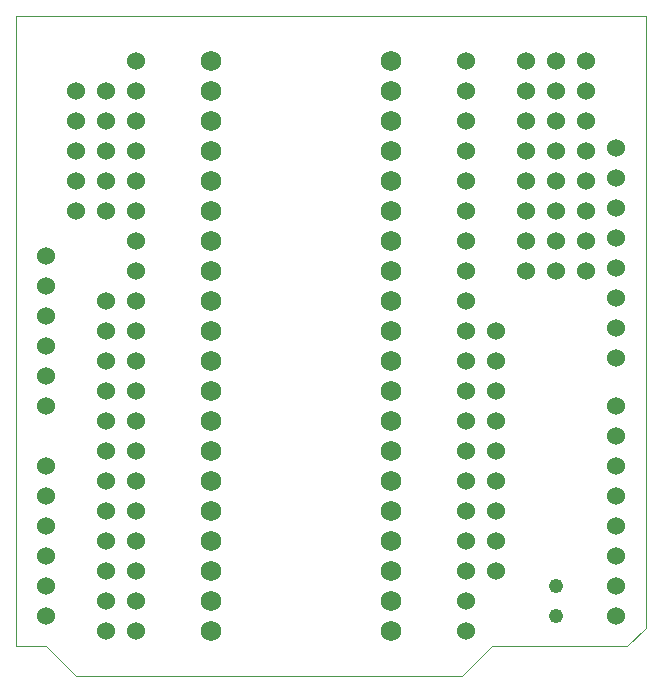
<source format=gts>
G75*
%MOIN*%
%OFA0B0*%
%FSLAX24Y24*%
%IPPOS*%
%LPD*%
%AMOC8*
5,1,8,0,0,1.08239X$1,22.5*
%
%ADD10C,0.0000*%
%ADD11C,0.0690*%
%ADD12C,0.0600*%
%ADD13C,0.0480*%
D10*
X000175Y002125D02*
X000175Y023125D01*
X021175Y023125D01*
X021175Y002750D01*
X020550Y002125D01*
X016050Y002125D01*
X015050Y001125D01*
X002175Y001125D01*
X001175Y002125D01*
X000175Y002125D01*
D11*
X006675Y002625D03*
X006675Y003625D03*
X006675Y004625D03*
X006675Y005625D03*
X006675Y006625D03*
X006675Y007625D03*
X006675Y008625D03*
X006675Y009625D03*
X006675Y010625D03*
X006675Y011625D03*
X006675Y012625D03*
X006675Y013625D03*
X006675Y014625D03*
X006675Y015625D03*
X006675Y016625D03*
X006675Y017625D03*
X006675Y018625D03*
X006675Y019625D03*
X006675Y020625D03*
X006675Y021625D03*
X012675Y021625D03*
X012675Y020625D03*
X012675Y019625D03*
X012675Y018625D03*
X012675Y017625D03*
X012675Y016625D03*
X012675Y015625D03*
X012675Y014625D03*
X012675Y013625D03*
X012675Y012625D03*
X012675Y011625D03*
X012675Y010625D03*
X012675Y009625D03*
X012675Y008625D03*
X012675Y007625D03*
X012675Y006625D03*
X012675Y005625D03*
X012675Y004625D03*
X012675Y003625D03*
X012675Y002625D03*
D12*
X015175Y002625D03*
X015175Y003625D03*
X015175Y004625D03*
X015175Y005625D03*
X015175Y006625D03*
X015175Y007625D03*
X015175Y008625D03*
X015175Y009625D03*
X015175Y010625D03*
X015175Y011625D03*
X015175Y012625D03*
X015175Y013625D03*
X015175Y014625D03*
X015175Y015625D03*
X015175Y016625D03*
X015175Y017625D03*
X015175Y018625D03*
X015175Y019625D03*
X015175Y020625D03*
X015175Y021625D03*
X017175Y021625D03*
X017175Y020625D03*
X017175Y019625D03*
X017175Y018625D03*
X017175Y017625D03*
X017175Y016625D03*
X017175Y015625D03*
X017175Y014625D03*
X018175Y014625D03*
X018175Y015625D03*
X018175Y016625D03*
X018175Y017625D03*
X018175Y018625D03*
X018175Y019625D03*
X018175Y020625D03*
X018175Y021625D03*
X019175Y021625D03*
X019175Y020625D03*
X019175Y019625D03*
X019175Y018625D03*
X019175Y017625D03*
X019175Y016625D03*
X019175Y015625D03*
X019175Y014625D03*
X020175Y014750D03*
X020175Y015750D03*
X020175Y016750D03*
X020175Y017750D03*
X020175Y018750D03*
X020175Y013750D03*
X020175Y012750D03*
X020175Y011750D03*
X020175Y010125D03*
X020175Y009125D03*
X020175Y008125D03*
X020175Y007125D03*
X020175Y006125D03*
X020175Y005125D03*
X020175Y004125D03*
X020175Y003125D03*
X016175Y004625D03*
X016175Y005625D03*
X016175Y006625D03*
X016175Y007625D03*
X016175Y008625D03*
X016175Y009625D03*
X016175Y010625D03*
X016175Y011625D03*
X016175Y012625D03*
X004175Y012625D03*
X004175Y011625D03*
X004175Y010625D03*
X004175Y009625D03*
X004175Y008625D03*
X004175Y007625D03*
X004175Y006625D03*
X004175Y005625D03*
X004175Y004625D03*
X004175Y003625D03*
X004175Y002625D03*
X003175Y002625D03*
X003175Y003625D03*
X003175Y004625D03*
X003175Y005625D03*
X003175Y006625D03*
X003175Y007625D03*
X003175Y008625D03*
X003175Y009625D03*
X003175Y010625D03*
X003175Y011625D03*
X003175Y012625D03*
X003175Y013625D03*
X004175Y013625D03*
X004175Y014625D03*
X004175Y015625D03*
X004175Y016625D03*
X004175Y017625D03*
X004175Y018625D03*
X004175Y019625D03*
X004175Y020625D03*
X004175Y021625D03*
X003175Y020625D03*
X003175Y019625D03*
X003175Y018625D03*
X003175Y017625D03*
X003175Y016625D03*
X002175Y016625D03*
X002175Y017625D03*
X002175Y018625D03*
X002175Y019625D03*
X002175Y020625D03*
X001175Y015125D03*
X001175Y014125D03*
X001175Y013125D03*
X001175Y012125D03*
X001175Y011125D03*
X001175Y010125D03*
X001175Y008125D03*
X001175Y007125D03*
X001175Y006125D03*
X001175Y005125D03*
X001175Y004125D03*
X001175Y003125D03*
D13*
X018175Y003125D03*
X018175Y004125D03*
M02*

</source>
